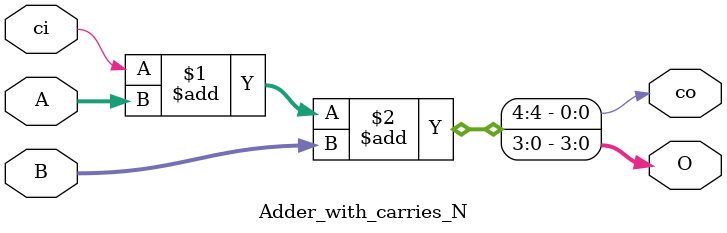
<source format=sv>
module Adder_with_carries_N #(parameter N=4)
(
	input ci,
	input [N-1:0] A,
	input [N-1:0] B,
	
	output [N-1:0] O,
	output co
);	
	assign {co, O} = ci + A + B;
	
endmodule

</source>
